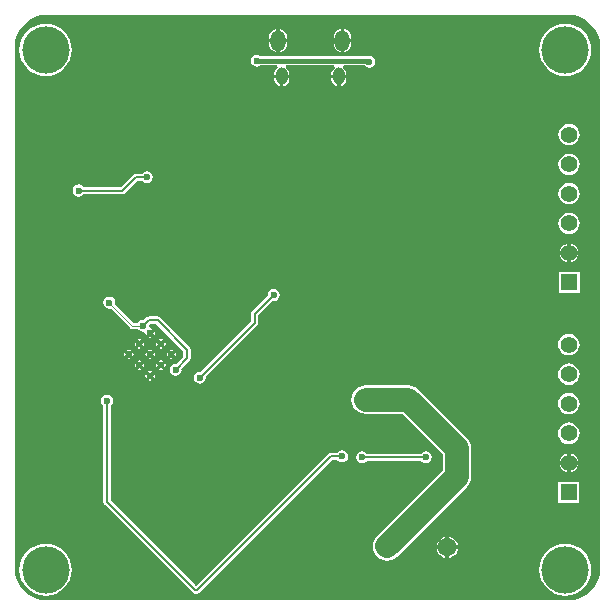
<source format=gbl>
G04*
G04 #@! TF.GenerationSoftware,Altium Limited,Altium Designer,22.11.1 (43)*
G04*
G04 Layer_Physical_Order=2*
G04 Layer_Color=16711680*
%FSLAX25Y25*%
%MOIN*%
G70*
G04*
G04 #@! TF.SameCoordinates,256A903A-EE05-4266-A9F3-2A002FD68AA6*
G04*
G04*
G04 #@! TF.FilePolarity,Positive*
G04*
G01*
G75*
%ADD11C,0.00787*%
%ADD15C,0.01575*%
%ADD16C,0.00394*%
%ADD54C,0.02362*%
%ADD74C,0.05512*%
%ADD75R,0.05512X0.05512*%
%ADD79C,0.15748*%
%ADD80C,0.06299*%
G04:AMPARAMS|DCode=82|XSize=57.09mil|YSize=41.34mil|CornerRadius=20.67mil|HoleSize=0mil|Usage=FLASHONLY|Rotation=270.000|XOffset=0mil|YOffset=0mil|HoleType=Round|Shape=RoundedRectangle|*
%AMROUNDEDRECTD82*
21,1,0.05709,0.00000,0,0,270.0*
21,1,0.01575,0.04134,0,0,270.0*
1,1,0.04134,0.00000,-0.00787*
1,1,0.04134,0.00000,0.00787*
1,1,0.04134,0.00000,0.00787*
1,1,0.04134,0.00000,-0.00787*
%
%ADD82ROUNDEDRECTD82*%
G04:AMPARAMS|DCode=83|XSize=70.87mil|YSize=51.18mil|CornerRadius=25.59mil|HoleSize=0mil|Usage=FLASHONLY|Rotation=270.000|XOffset=0mil|YOffset=0mil|HoleType=Round|Shape=RoundedRectangle|*
%AMROUNDEDRECTD83*
21,1,0.07087,0.00000,0,0,270.0*
21,1,0.01968,0.05118,0,0,270.0*
1,1,0.05118,0.00000,-0.00984*
1,1,0.05118,0.00000,0.00984*
1,1,0.05118,0.00000,0.00984*
1,1,0.05118,0.00000,-0.00984*
%
%ADD83ROUNDEDRECTD83*%
%ADD84C,0.05000*%
%ADD85C,0.07874*%
G36*
X2841Y11607D02*
X4235Y11234D01*
X5568Y10682D01*
X6818Y9960D01*
X7963Y9082D01*
X8983Y8061D01*
X9862Y6916D01*
X10583Y5667D01*
X11135Y4333D01*
X11509Y2940D01*
X11697Y1509D01*
Y787D01*
Y-172441D01*
Y-173162D01*
X11509Y-174593D01*
X11135Y-175987D01*
X10583Y-177320D01*
X9862Y-178570D01*
X8983Y-179715D01*
X7963Y-180735D01*
X6818Y-181614D01*
X5568Y-182335D01*
X4235Y-182887D01*
X2841Y-183261D01*
X1358Y-183456D01*
X1333Y-183465D01*
X-173184D01*
X-173209Y-183456D01*
X-174692Y-183261D01*
X-176085Y-182887D01*
X-177419Y-182335D01*
X-178668Y-181614D01*
X-179813Y-180735D01*
X-180834Y-179715D01*
X-181712Y-178570D01*
X-182433Y-177320D01*
X-182986Y-175987D01*
X-183359Y-174593D01*
X-183548Y-173162D01*
Y-172441D01*
Y787D01*
Y1509D01*
X-183359Y2940D01*
X-182986Y4333D01*
X-182433Y5667D01*
X-181712Y6916D01*
X-180834Y8061D01*
X-179813Y9082D01*
X-178668Y9960D01*
X-177419Y10682D01*
X-176085Y11234D01*
X-174692Y11607D01*
X-173261Y11796D01*
X1410D01*
X2841Y11607D01*
D02*
G37*
%LPC*%
G36*
X-95138Y7034D02*
Y3740D01*
X-92750D01*
Y4134D01*
X-92852Y4905D01*
X-93149Y5623D01*
X-93622Y6240D01*
X-94239Y6713D01*
X-94958Y7011D01*
X-95138Y7034D01*
D02*
G37*
G36*
X-96319D02*
X-96499Y7011D01*
X-97218Y6713D01*
X-97834Y6240D01*
X-98308Y5623D01*
X-98605Y4905D01*
X-98707Y4134D01*
Y3740D01*
X-96319D01*
Y7034D01*
D02*
G37*
G36*
X-73681Y7034D02*
Y3740D01*
X-71293D01*
Y4134D01*
X-71395Y4905D01*
X-71692Y5623D01*
X-72166Y6240D01*
X-72782Y6713D01*
X-73501Y7011D01*
X-73681Y7034D01*
D02*
G37*
G36*
X-74862Y7034D02*
X-75042Y7011D01*
X-75761Y6713D01*
X-76378Y6240D01*
X-76851Y5623D01*
X-77148Y4905D01*
X-77250Y4134D01*
Y3740D01*
X-74862D01*
Y7034D01*
D02*
G37*
G36*
Y2559D02*
X-77250D01*
Y2165D01*
X-77148Y1395D01*
X-76851Y676D01*
X-76378Y59D01*
X-75761Y-414D01*
X-75042Y-711D01*
X-74862Y-735D01*
Y2559D01*
D02*
G37*
G36*
X-92750Y2559D02*
X-95138D01*
Y-735D01*
X-94958Y-711D01*
X-94239Y-414D01*
X-93622Y59D01*
X-93149Y676D01*
X-92852Y1395D01*
X-92750Y2165D01*
Y2559D01*
D02*
G37*
G36*
X-96319D02*
X-98707D01*
Y2165D01*
X-98605Y1395D01*
X-98308Y676D01*
X-97834Y59D01*
X-97218Y-414D01*
X-96499Y-711D01*
X-96319Y-735D01*
Y2559D01*
D02*
G37*
G36*
X-71293Y2559D02*
X-73681D01*
Y-735D01*
X-73501Y-711D01*
X-72782Y-414D01*
X-72166Y59D01*
X-71692Y676D01*
X-71395Y1395D01*
X-71293Y2165D01*
Y2559D01*
D02*
G37*
G36*
X-102756Y-1536D02*
X-103524Y-1689D01*
X-104175Y-2124D01*
X-104610Y-2775D01*
X-104763Y-3543D01*
X-104610Y-4311D01*
X-104175Y-4963D01*
X-103524Y-5398D01*
X-102756Y-5550D01*
X-101988Y-5398D01*
X-101616Y-5149D01*
X-96139D01*
X-95900Y-5936D01*
X-96321Y-6218D01*
X-96865Y-7032D01*
X-97056Y-7992D01*
Y-8189D01*
X-94547D01*
X-92038D01*
Y-7992D01*
X-92229Y-7032D01*
X-92773Y-6218D01*
X-93195Y-5936D01*
X-92956Y-5149D01*
X-77044D01*
X-76805Y-5936D01*
X-77227Y-6218D01*
X-77771Y-7032D01*
X-77962Y-7992D01*
Y-8189D01*
X-75453D01*
X-72944D01*
Y-7992D01*
X-73135Y-7032D01*
X-73679Y-6218D01*
X-74100Y-5936D01*
X-73861Y-5149D01*
X-66912D01*
X-66773Y-5356D01*
X-66122Y-5791D01*
X-65354Y-5944D01*
X-64586Y-5791D01*
X-63935Y-5356D01*
X-63500Y-4705D01*
X-63347Y-3937D01*
X-63500Y-3169D01*
X-63935Y-2518D01*
X-64586Y-2083D01*
X-65354Y-1930D01*
X-65677Y-1994D01*
X-65961Y-1938D01*
X-65961Y-1938D01*
X-101616D01*
X-101988Y-1689D01*
X-102756Y-1536D01*
D02*
G37*
G36*
X0Y8703D02*
X-1698Y8536D01*
X-3331Y8041D01*
X-4835Y7237D01*
X-6154Y6154D01*
X-7237Y4835D01*
X-8041Y3331D01*
X-8536Y1698D01*
X-8703Y0D01*
X-8536Y-1698D01*
X-8041Y-3331D01*
X-7237Y-4835D01*
X-6154Y-6154D01*
X-4835Y-7237D01*
X-3331Y-8041D01*
X-1698Y-8536D01*
X0Y-8703D01*
X1698Y-8536D01*
X3331Y-8041D01*
X4835Y-7237D01*
X6154Y-6154D01*
X7237Y-4835D01*
X8041Y-3331D01*
X8536Y-1698D01*
X8703Y0D01*
X8536Y1698D01*
X8041Y3331D01*
X7237Y4835D01*
X6154Y6154D01*
X4835Y7237D01*
X3331Y8041D01*
X1698Y8536D01*
X0Y8703D01*
D02*
G37*
G36*
X-173228D02*
X-174926Y8536D01*
X-176559Y8041D01*
X-178064Y7237D01*
X-179383Y6154D01*
X-180465Y4835D01*
X-181269Y3331D01*
X-181764Y1698D01*
X-181932Y0D01*
X-181764Y-1698D01*
X-181269Y-3331D01*
X-180465Y-4835D01*
X-179383Y-6154D01*
X-178064Y-7237D01*
X-176559Y-8041D01*
X-174926Y-8536D01*
X-173228Y-8703D01*
X-171530Y-8536D01*
X-169898Y-8041D01*
X-168393Y-7237D01*
X-167074Y-6154D01*
X-165992Y-4835D01*
X-165188Y-3331D01*
X-164692Y-1698D01*
X-164525Y0D01*
X-164692Y1698D01*
X-165188Y3331D01*
X-165992Y4835D01*
X-167074Y6154D01*
X-168393Y7237D01*
X-169898Y8041D01*
X-171530Y8536D01*
X-173228Y8703D01*
D02*
G37*
G36*
X-72944Y-9370D02*
X-74862D01*
Y-11958D01*
X-74493Y-11885D01*
X-73679Y-11341D01*
X-73135Y-10527D01*
X-72944Y-9567D01*
Y-9370D01*
D02*
G37*
G36*
X-92038D02*
X-93957D01*
Y-11958D01*
X-93587Y-11885D01*
X-92773Y-11341D01*
X-92229Y-10527D01*
X-92038Y-9567D01*
Y-9370D01*
D02*
G37*
G36*
X-76043D02*
X-77962D01*
Y-9567D01*
X-77771Y-10527D01*
X-77227Y-11341D01*
X-76413Y-11885D01*
X-76043Y-11958D01*
Y-9370D01*
D02*
G37*
G36*
X-95138D02*
X-97056D01*
Y-9567D01*
X-96865Y-10527D01*
X-96321Y-11341D01*
X-95507Y-11885D01*
X-95138Y-11958D01*
Y-9370D01*
D02*
G37*
G36*
X1280Y-24674D02*
X354Y-24796D01*
X-507Y-25153D01*
X-1248Y-25721D01*
X-1815Y-26461D01*
X-2173Y-27323D01*
X-2294Y-28248D01*
X-2173Y-29173D01*
X-1815Y-30035D01*
X-1248Y-30775D01*
X-507Y-31343D01*
X354Y-31700D01*
X1280Y-31822D01*
X2204Y-31700D01*
X3067Y-31343D01*
X3807Y-30775D01*
X4375Y-30035D01*
X4732Y-29173D01*
X4853Y-28248D01*
X4732Y-27323D01*
X4375Y-26461D01*
X3807Y-25721D01*
X3067Y-25153D01*
X2204Y-24796D01*
X1280Y-24674D01*
D02*
G37*
G36*
X-139469Y-40414D02*
X-140237Y-40567D01*
X-140888Y-41002D01*
X-141031Y-41217D01*
X-143209D01*
X-143209Y-41217D01*
X-143669Y-41309D01*
X-144060Y-41570D01*
X-144060Y-41570D01*
X-148137Y-45646D01*
X-160642D01*
X-160785Y-45431D01*
X-161437Y-44996D01*
X-162205Y-44843D01*
X-162973Y-44996D01*
X-163624Y-45431D01*
X-164059Y-46082D01*
X-164212Y-46850D01*
X-164059Y-47618D01*
X-163624Y-48270D01*
X-162973Y-48705D01*
X-162205Y-48858D01*
X-161437Y-48705D01*
X-160785Y-48270D01*
X-160642Y-48055D01*
X-147638D01*
X-147638Y-48055D01*
X-147177Y-47963D01*
X-146786Y-47702D01*
X-142710Y-43626D01*
X-141031D01*
X-140888Y-43841D01*
X-140237Y-44276D01*
X-139469Y-44428D01*
X-138700Y-44276D01*
X-138049Y-43841D01*
X-137614Y-43189D01*
X-137461Y-42421D01*
X-137614Y-41653D01*
X-138049Y-41002D01*
X-138700Y-40567D01*
X-139469Y-40414D01*
D02*
G37*
G36*
X1280Y-34517D02*
X354Y-34639D01*
X-507Y-34995D01*
X-1248Y-35563D01*
X-1815Y-36304D01*
X-2173Y-37166D01*
X-2294Y-38091D01*
X-2173Y-39015D01*
X-1815Y-39878D01*
X-1248Y-40618D01*
X-507Y-41186D01*
X354Y-41543D01*
X1280Y-41664D01*
X2204Y-41543D01*
X3067Y-41186D01*
X3807Y-40618D01*
X4375Y-39878D01*
X4732Y-39015D01*
X4853Y-38091D01*
X4732Y-37166D01*
X4375Y-36304D01*
X3807Y-35563D01*
X3067Y-34995D01*
X2204Y-34639D01*
X1280Y-34517D01*
D02*
G37*
G36*
Y-44359D02*
X354Y-44481D01*
X-507Y-44838D01*
X-1248Y-45406D01*
X-1815Y-46146D01*
X-2173Y-47008D01*
X-2294Y-47933D01*
X-2173Y-48858D01*
X-1815Y-49720D01*
X-1248Y-50460D01*
X-507Y-51028D01*
X354Y-51385D01*
X1280Y-51507D01*
X2204Y-51385D01*
X3067Y-51028D01*
X3807Y-50460D01*
X4375Y-49720D01*
X4732Y-48858D01*
X4853Y-47933D01*
X4732Y-47008D01*
X4375Y-46146D01*
X3807Y-45406D01*
X3067Y-44838D01*
X2204Y-44481D01*
X1280Y-44359D01*
D02*
G37*
G36*
Y-54202D02*
X354Y-54324D01*
X-507Y-54681D01*
X-1248Y-55248D01*
X-1815Y-55989D01*
X-2173Y-56851D01*
X-2294Y-57776D01*
X-2173Y-58701D01*
X-1815Y-59562D01*
X-1248Y-60303D01*
X-507Y-60871D01*
X354Y-61228D01*
X1280Y-61349D01*
X2204Y-61228D01*
X3067Y-60871D01*
X3807Y-60303D01*
X4375Y-59562D01*
X4732Y-58701D01*
X4853Y-57776D01*
X4732Y-56851D01*
X4375Y-55989D01*
X3807Y-55248D01*
X3067Y-54681D01*
X2204Y-54324D01*
X1280Y-54202D01*
D02*
G37*
G36*
X1870Y-64519D02*
Y-67028D01*
X4379D01*
X4348Y-66796D01*
X4031Y-66030D01*
X3526Y-65372D01*
X2868Y-64867D01*
X2102Y-64550D01*
X1870Y-64519D01*
D02*
G37*
G36*
X689D02*
X457Y-64550D01*
X-309Y-64867D01*
X-967Y-65372D01*
X-1472Y-66030D01*
X-1789Y-66796D01*
X-1819Y-67028D01*
X689D01*
Y-64519D01*
D02*
G37*
G36*
X4379Y-68209D02*
X1870D01*
Y-70717D01*
X2102Y-70687D01*
X2868Y-70369D01*
X3526Y-69864D01*
X4031Y-69207D01*
X4348Y-68440D01*
X4379Y-68209D01*
D02*
G37*
G36*
X689D02*
X-1819D01*
X-1789Y-68440D01*
X-1472Y-69207D01*
X-967Y-69864D01*
X-309Y-70369D01*
X457Y-70687D01*
X689Y-70717D01*
Y-68209D01*
D02*
G37*
G36*
X4823Y-73917D02*
X-2264D01*
Y-81004D01*
X4823D01*
Y-73917D01*
D02*
G37*
G36*
X-97244Y-79686D02*
X-98012Y-79839D01*
X-98663Y-80274D01*
X-99098Y-80925D01*
X-99251Y-81693D01*
X-99201Y-81946D01*
X-104414Y-87160D01*
X-104675Y-87551D01*
X-104767Y-88011D01*
X-104767Y-88012D01*
Y-90446D01*
X-121564Y-107243D01*
X-121817Y-107193D01*
X-122585Y-107345D01*
X-123237Y-107780D01*
X-123672Y-108431D01*
X-123825Y-109200D01*
X-123672Y-109968D01*
X-123237Y-110619D01*
X-122585Y-111054D01*
X-121817Y-111207D01*
X-121049Y-111054D01*
X-120398Y-110619D01*
X-119963Y-109968D01*
X-119810Y-109200D01*
X-119861Y-108946D01*
X-102711Y-91796D01*
X-102711Y-91796D01*
X-102450Y-91406D01*
X-102358Y-90945D01*
Y-88510D01*
X-97498Y-83649D01*
X-97244Y-83700D01*
X-96476Y-83547D01*
X-95825Y-83112D01*
X-95390Y-82461D01*
X-95237Y-81693D01*
X-95390Y-80925D01*
X-95825Y-80274D01*
X-96476Y-79839D01*
X-97244Y-79686D01*
D02*
G37*
G36*
X-136922Y-93754D02*
X-137556Y-94389D01*
X-136922Y-95024D01*
X-136908Y-95003D01*
X-136786Y-94389D01*
X-136908Y-93774D01*
X-136922Y-93754D01*
D02*
G37*
G36*
X-138391Y-95224D02*
X-139026Y-95859D01*
X-139006Y-95872D01*
X-138391Y-95995D01*
X-137777Y-95872D01*
X-137757Y-95859D01*
X-138391Y-95224D01*
D02*
G37*
G36*
X-134842Y-96333D02*
X-135456Y-96455D01*
X-135477Y-96468D01*
X-134842Y-97103D01*
X-134207Y-96468D01*
X-134228Y-96455D01*
X-134842Y-96333D01*
D02*
G37*
G36*
X-141941D02*
X-142555Y-96455D01*
X-142576Y-96468D01*
X-141941Y-97103D01*
X-141306Y-96468D01*
X-141326Y-96455D01*
X-141941Y-96333D01*
D02*
G37*
G36*
X-133372Y-97304D02*
X-134007Y-97938D01*
X-133372Y-98573D01*
X-133359Y-98553D01*
X-133236Y-97938D01*
X-133359Y-97324D01*
X-133372Y-97304D01*
D02*
G37*
G36*
X-140471D02*
X-141106Y-97938D01*
X-140471Y-98573D01*
X-140457Y-98553D01*
X-140335Y-97938D01*
X-140457Y-97324D01*
X-140471Y-97304D01*
D02*
G37*
G36*
X-136312D02*
X-136325Y-97324D01*
X-136448Y-97938D01*
X-136325Y-98553D01*
X-136312Y-98573D01*
X-135677Y-97938D01*
X-136312Y-97304D01*
D02*
G37*
G36*
X-143411D02*
X-143424Y-97324D01*
X-143547Y-97938D01*
X-143424Y-98553D01*
X-143411Y-98573D01*
X-142776Y-97938D01*
X-143411Y-97304D01*
D02*
G37*
G36*
X-134842Y-98773D02*
X-135477Y-99408D01*
X-135456Y-99422D01*
X-134842Y-99544D01*
X-134228Y-99422D01*
X-134207Y-99408D01*
X-134842Y-98773D01*
D02*
G37*
G36*
X-141941D02*
X-142576Y-99408D01*
X-142555Y-99422D01*
X-141941Y-99544D01*
X-141326Y-99422D01*
X-141306Y-99408D01*
X-141941Y-98773D01*
D02*
G37*
G36*
X-138391Y-99882D02*
X-139006Y-100004D01*
X-139026Y-100018D01*
X-138391Y-100653D01*
X-137757Y-100018D01*
X-137777Y-100004D01*
X-138391Y-99882D01*
D02*
G37*
G36*
X-131293D02*
X-131907Y-100004D01*
X-131927Y-100018D01*
X-131293Y-100653D01*
X-130658Y-100018D01*
X-130678Y-100004D01*
X-131293Y-99882D01*
D02*
G37*
G36*
X-145490D02*
X-146105Y-100004D01*
X-146125Y-100018D01*
X-145490Y-100653D01*
X-144856Y-100018D01*
X-144876Y-100004D01*
X-145490Y-99882D01*
D02*
G37*
G36*
X1181Y-94655D02*
X256Y-94776D01*
X-606Y-95133D01*
X-1346Y-95701D01*
X-1914Y-96441D01*
X-2271Y-97303D01*
X-2393Y-98228D01*
X-2271Y-99153D01*
X-1914Y-100015D01*
X-1346Y-100756D01*
X-606Y-101323D01*
X256Y-101680D01*
X1181Y-101802D01*
X2106Y-101680D01*
X2968Y-101323D01*
X3708Y-100756D01*
X4276Y-100015D01*
X4633Y-99153D01*
X4755Y-98228D01*
X4633Y-97303D01*
X4276Y-96441D01*
X3708Y-95701D01*
X2968Y-95133D01*
X2106Y-94776D01*
X1181Y-94655D01*
D02*
G37*
G36*
X-139861Y-100853D02*
X-139875Y-100873D01*
X-139997Y-101488D01*
X-139875Y-102102D01*
X-139861Y-102122D01*
X-139227Y-101488D01*
X-139861Y-100853D01*
D02*
G37*
G36*
X-136922Y-100853D02*
X-137556Y-101488D01*
X-136922Y-102122D01*
X-136908Y-102102D01*
X-136786Y-101488D01*
X-136908Y-100873D01*
X-136922Y-100853D01*
D02*
G37*
G36*
X-144020Y-100853D02*
X-144655Y-101488D01*
X-144020Y-102122D01*
X-144007Y-102102D01*
X-143885Y-101488D01*
X-144007Y-100873D01*
X-144020Y-100853D01*
D02*
G37*
G36*
X-146960D02*
X-146974Y-100873D01*
X-147096Y-101488D01*
X-146974Y-102102D01*
X-146960Y-102122D01*
X-146326Y-101488D01*
X-146960Y-100853D01*
D02*
G37*
G36*
X-129823D02*
X-130457Y-101488D01*
X-129823Y-102122D01*
X-129809Y-102102D01*
X-129687Y-101488D01*
X-129809Y-100873D01*
X-129823Y-100853D01*
D02*
G37*
G36*
X-132762D02*
X-132776Y-100873D01*
X-132898Y-101488D01*
X-132776Y-102102D01*
X-132762Y-102122D01*
X-132128Y-101488D01*
X-132762Y-100853D01*
D02*
G37*
G36*
X-131293Y-102323D02*
X-131927Y-102958D01*
X-131907Y-102971D01*
X-131293Y-103093D01*
X-130678Y-102971D01*
X-130658Y-102958D01*
X-131293Y-102323D01*
D02*
G37*
G36*
X-138391D02*
X-139026Y-102958D01*
X-139006Y-102971D01*
X-138391Y-103093D01*
X-137777Y-102971D01*
X-137757Y-102958D01*
X-138391Y-102323D01*
D02*
G37*
G36*
X-145490D02*
X-146125Y-102958D01*
X-146105Y-102971D01*
X-145490Y-103093D01*
X-144876Y-102971D01*
X-144856Y-102958D01*
X-145490Y-102323D01*
D02*
G37*
G36*
X-134842Y-103432D02*
X-135456Y-103554D01*
X-135477Y-103567D01*
X-134842Y-104202D01*
X-134207Y-103567D01*
X-134228Y-103554D01*
X-134842Y-103432D01*
D02*
G37*
G36*
X-141941D02*
X-142555Y-103554D01*
X-142576Y-103567D01*
X-141941Y-104202D01*
X-141306Y-103567D01*
X-141326Y-103554D01*
X-141941Y-103432D01*
D02*
G37*
G36*
X-151969Y-82245D02*
X-152737Y-82398D01*
X-153388Y-82833D01*
X-153823Y-83484D01*
X-153976Y-84252D01*
X-153823Y-85020D01*
X-153388Y-85671D01*
X-152737Y-86106D01*
X-151969Y-86259D01*
X-151478Y-86162D01*
X-145001Y-92639D01*
X-144675Y-92856D01*
X-144291Y-92933D01*
X-142445D01*
X-142167Y-93348D01*
X-141516Y-93783D01*
X-140748Y-93936D01*
X-140708Y-93928D01*
X-139997Y-94389D01*
X-139875Y-95003D01*
X-139861Y-95024D01*
X-138809Y-93971D01*
X-137757Y-92919D01*
X-137777Y-92905D01*
X-138391Y-92783D01*
X-138766Y-92055D01*
X-138741Y-91929D01*
X-138766Y-91804D01*
X-138249Y-91227D01*
X-136424D01*
X-127287Y-100364D01*
Y-102278D01*
X-129668Y-104659D01*
X-129921Y-104608D01*
X-130689Y-104761D01*
X-131341Y-105196D01*
X-131775Y-105847D01*
X-131928Y-106615D01*
X-131775Y-107383D01*
X-131341Y-108035D01*
X-130689Y-108470D01*
X-129921Y-108622D01*
X-129153Y-108470D01*
X-128502Y-108035D01*
X-128067Y-107383D01*
X-127914Y-106615D01*
X-127965Y-106362D01*
X-125231Y-103628D01*
X-125231Y-103628D01*
X-124970Y-103238D01*
X-124878Y-102777D01*
Y-99865D01*
X-124878Y-99865D01*
X-124970Y-99404D01*
X-125231Y-99013D01*
X-135074Y-89171D01*
X-135464Y-88910D01*
X-135925Y-88818D01*
X-135925Y-88818D01*
X-138757D01*
X-139218Y-88910D01*
X-139609Y-89171D01*
X-139609Y-89171D01*
X-140425Y-89986D01*
X-140748Y-89922D01*
X-141516Y-90075D01*
X-142167Y-90510D01*
X-142445Y-90926D01*
X-143876D01*
X-150059Y-84742D01*
X-149961Y-84252D01*
X-150114Y-83484D01*
X-150549Y-82833D01*
X-151200Y-82398D01*
X-151969Y-82245D01*
D02*
G37*
G36*
X-133372Y-104402D02*
X-134007Y-105037D01*
X-133372Y-105672D01*
X-133359Y-105652D01*
X-133236Y-105037D01*
X-133359Y-104423D01*
X-133372Y-104402D01*
D02*
G37*
G36*
X-140471D02*
X-141106Y-105037D01*
X-140471Y-105672D01*
X-140457Y-105652D01*
X-140335Y-105037D01*
X-140457Y-104423D01*
X-140471Y-104402D01*
D02*
G37*
G36*
X-136312D02*
X-136325Y-104423D01*
X-136448Y-105037D01*
X-136325Y-105652D01*
X-136312Y-105672D01*
X-135677Y-105037D01*
X-136312Y-104402D01*
D02*
G37*
G36*
X-143411D02*
X-143424Y-104423D01*
X-143547Y-105037D01*
X-143424Y-105652D01*
X-143411Y-105672D01*
X-142776Y-105037D01*
X-143411Y-104402D01*
D02*
G37*
G36*
X-134842Y-105872D02*
X-135477Y-106507D01*
X-135456Y-106521D01*
X-134842Y-106643D01*
X-134228Y-106521D01*
X-134207Y-106507D01*
X-134842Y-105872D01*
D02*
G37*
G36*
X-141941D02*
X-142576Y-106507D01*
X-142555Y-106521D01*
X-141941Y-106643D01*
X-141326Y-106521D01*
X-141306Y-106507D01*
X-141941Y-105872D01*
D02*
G37*
G36*
X-138391Y-106981D02*
X-139006Y-107103D01*
X-139026Y-107117D01*
X-138391Y-107752D01*
X-137757Y-107117D01*
X-137777Y-107103D01*
X-138391Y-106981D01*
D02*
G37*
G36*
X-139861Y-107952D02*
X-139875Y-107972D01*
X-139997Y-108587D01*
X-139875Y-109201D01*
X-139861Y-109221D01*
X-139227Y-108587D01*
X-139861Y-107952D01*
D02*
G37*
G36*
X-136922Y-107952D02*
X-137556Y-108587D01*
X-136922Y-109221D01*
X-136908Y-109201D01*
X-136786Y-108587D01*
X-136908Y-107972D01*
X-136922Y-107952D01*
D02*
G37*
G36*
X-138391Y-109422D02*
X-139026Y-110056D01*
X-139006Y-110070D01*
X-138391Y-110192D01*
X-137777Y-110070D01*
X-137757Y-110056D01*
X-138391Y-109422D01*
D02*
G37*
G36*
X1181Y-104497D02*
X256Y-104619D01*
X-606Y-104976D01*
X-1346Y-105544D01*
X-1914Y-106284D01*
X-2271Y-107146D01*
X-2393Y-108071D01*
X-2271Y-108996D01*
X-1914Y-109858D01*
X-1346Y-110598D01*
X-606Y-111166D01*
X256Y-111523D01*
X1181Y-111645D01*
X2106Y-111523D01*
X2968Y-111166D01*
X3708Y-110598D01*
X4276Y-109858D01*
X4633Y-108996D01*
X4755Y-108071D01*
X4633Y-107146D01*
X4276Y-106284D01*
X3708Y-105544D01*
X2968Y-104976D01*
X2106Y-104619D01*
X1181Y-104497D01*
D02*
G37*
G36*
Y-114339D02*
X256Y-114461D01*
X-606Y-114818D01*
X-1346Y-115386D01*
X-1914Y-116127D01*
X-2271Y-116988D01*
X-2393Y-117913D01*
X-2271Y-118838D01*
X-1914Y-119700D01*
X-1346Y-120440D01*
X-606Y-121008D01*
X256Y-121365D01*
X1181Y-121487D01*
X2106Y-121365D01*
X2968Y-121008D01*
X3708Y-120440D01*
X4276Y-119700D01*
X4633Y-118838D01*
X4755Y-117913D01*
X4633Y-116988D01*
X4276Y-116127D01*
X3708Y-115386D01*
X2968Y-114818D01*
X2106Y-114461D01*
X1181Y-114339D01*
D02*
G37*
G36*
Y-124182D02*
X256Y-124304D01*
X-606Y-124661D01*
X-1346Y-125229D01*
X-1914Y-125969D01*
X-2271Y-126831D01*
X-2393Y-127756D01*
X-2271Y-128681D01*
X-1914Y-129543D01*
X-1346Y-130283D01*
X-606Y-130851D01*
X256Y-131208D01*
X1181Y-131330D01*
X2106Y-131208D01*
X2968Y-130851D01*
X3708Y-130283D01*
X4276Y-129543D01*
X4633Y-128681D01*
X4755Y-127756D01*
X4633Y-126831D01*
X4276Y-125969D01*
X3708Y-125229D01*
X2968Y-124661D01*
X2106Y-124304D01*
X1181Y-124182D01*
D02*
G37*
G36*
X-46457Y-133820D02*
X-47225Y-133973D01*
X-47876Y-134408D01*
X-48019Y-134623D01*
X-66154D01*
X-66297Y-134408D01*
X-66948Y-133973D01*
X-67716Y-133820D01*
X-68485Y-133973D01*
X-69136Y-134408D01*
X-69571Y-135059D01*
X-69724Y-135827D01*
X-69571Y-136595D01*
X-69136Y-137246D01*
X-68485Y-137681D01*
X-67716Y-137834D01*
X-66948Y-137681D01*
X-66297Y-137246D01*
X-66154Y-137031D01*
X-48019D01*
X-47876Y-137246D01*
X-47225Y-137681D01*
X-46457Y-137834D01*
X-45689Y-137681D01*
X-45037Y-137246D01*
X-44602Y-136595D01*
X-44450Y-135827D01*
X-44602Y-135059D01*
X-45037Y-134408D01*
X-45689Y-133973D01*
X-46457Y-133820D01*
D02*
G37*
G36*
X1772Y-134499D02*
Y-137008D01*
X4280D01*
X4250Y-136776D01*
X3932Y-136010D01*
X3427Y-135352D01*
X2770Y-134847D01*
X2003Y-134530D01*
X1772Y-134499D01*
D02*
G37*
G36*
X591D02*
X359Y-134530D01*
X-407Y-134847D01*
X-1065Y-135352D01*
X-1570Y-136010D01*
X-1887Y-136776D01*
X-1918Y-137008D01*
X591D01*
Y-134499D01*
D02*
G37*
G36*
X-152756Y-114922D02*
X-153524Y-115075D01*
X-154175Y-115510D01*
X-154610Y-116161D01*
X-154763Y-116929D01*
X-154610Y-117697D01*
X-154175Y-118348D01*
X-153960Y-118492D01*
Y-150524D01*
X-153960Y-150524D01*
X-153868Y-150985D01*
X-153607Y-151375D01*
X-124143Y-180840D01*
X-123752Y-181101D01*
X-123291Y-181193D01*
X-123291Y-181193D01*
X-122639D01*
X-122639Y-181193D01*
X-122178Y-181101D01*
X-121787Y-180840D01*
X-77584Y-136637D01*
X-75972D01*
X-75829Y-136852D01*
X-75178Y-137287D01*
X-74410Y-137440D01*
X-73641Y-137287D01*
X-72990Y-136852D01*
X-72555Y-136201D01*
X-72402Y-135433D01*
X-72555Y-134665D01*
X-72990Y-134014D01*
X-73641Y-133579D01*
X-74410Y-133426D01*
X-75178Y-133579D01*
X-75829Y-134014D01*
X-75972Y-134229D01*
X-78083D01*
X-78083Y-134229D01*
X-78544Y-134320D01*
X-78934Y-134581D01*
X-78934Y-134582D01*
X-122965Y-178612D01*
X-151552Y-150025D01*
Y-118492D01*
X-151337Y-118348D01*
X-150902Y-117697D01*
X-150749Y-116929D01*
X-150902Y-116161D01*
X-151337Y-115510D01*
X-151988Y-115075D01*
X-152756Y-114922D01*
D02*
G37*
G36*
X591Y-138189D02*
X-1918D01*
X-1887Y-138421D01*
X-1570Y-139187D01*
X-1065Y-139845D01*
X-407Y-140350D01*
X359Y-140667D01*
X591Y-140698D01*
Y-138189D01*
D02*
G37*
G36*
X4280D02*
X1772D01*
Y-140698D01*
X2003Y-140667D01*
X2770Y-140350D01*
X3427Y-139845D01*
X3932Y-139187D01*
X4250Y-138421D01*
X4280Y-138189D01*
D02*
G37*
G36*
X4724Y-143898D02*
X-2362D01*
Y-150984D01*
X4724D01*
Y-143898D01*
D02*
G37*
G36*
X-38756Y-162252D02*
Y-165157D01*
X-35850D01*
X-35894Y-164823D01*
X-36251Y-163961D01*
X-36819Y-163221D01*
X-37560Y-162653D01*
X-38421Y-162296D01*
X-38756Y-162252D01*
D02*
G37*
G36*
X-39937D02*
X-40271Y-162296D01*
X-41133Y-162653D01*
X-41874Y-163221D01*
X-42441Y-163961D01*
X-42799Y-164823D01*
X-42843Y-165157D01*
X-39937D01*
Y-162252D01*
D02*
G37*
G36*
X-35850Y-166339D02*
X-38756D01*
Y-169244D01*
X-38421Y-169200D01*
X-37560Y-168843D01*
X-36819Y-168275D01*
X-36251Y-167535D01*
X-35894Y-166673D01*
X-35850Y-166339D01*
D02*
G37*
G36*
X-39937D02*
X-42843D01*
X-42799Y-166673D01*
X-42441Y-167535D01*
X-41874Y-168275D01*
X-41133Y-168843D01*
X-40271Y-169200D01*
X-39937Y-169244D01*
Y-166339D01*
D02*
G37*
G36*
X-52382Y-111770D02*
X-66535D01*
X-67769Y-111933D01*
X-68918Y-112409D01*
X-69905Y-113166D01*
X-70662Y-114153D01*
X-71138Y-115302D01*
X-71301Y-116535D01*
X-71138Y-117769D01*
X-70662Y-118918D01*
X-69905Y-119905D01*
X-68918Y-120662D01*
X-67769Y-121138D01*
X-66535Y-121301D01*
X-54355D01*
X-40848Y-134808D01*
Y-140269D01*
X-62717Y-162138D01*
X-63474Y-163125D01*
X-63950Y-164274D01*
X-64113Y-165508D01*
X-63950Y-166741D01*
X-63474Y-167890D01*
X-62717Y-168877D01*
X-61730Y-169634D01*
X-60581Y-170110D01*
X-59347Y-170273D01*
X-58114Y-170110D01*
X-56965Y-169634D01*
X-55978Y-168877D01*
X-32713Y-145612D01*
X-31956Y-144625D01*
X-31480Y-143476D01*
X-31317Y-142243D01*
Y-132834D01*
X-31480Y-131601D01*
X-31956Y-130452D01*
X-32713Y-129465D01*
X-49012Y-113166D01*
X-49999Y-112409D01*
X-51148Y-111933D01*
X-52382Y-111770D01*
D02*
G37*
G36*
X0Y-164525D02*
X-1698Y-164692D01*
X-3331Y-165188D01*
X-4835Y-165992D01*
X-6154Y-167074D01*
X-7237Y-168393D01*
X-8041Y-169898D01*
X-8536Y-171530D01*
X-8703Y-173228D01*
X-8536Y-174926D01*
X-8041Y-176559D01*
X-7237Y-178064D01*
X-6154Y-179383D01*
X-4835Y-180465D01*
X-3331Y-181269D01*
X-1698Y-181764D01*
X0Y-181932D01*
X1698Y-181764D01*
X3331Y-181269D01*
X4835Y-180465D01*
X6154Y-179383D01*
X7237Y-178064D01*
X8041Y-176559D01*
X8536Y-174926D01*
X8703Y-173228D01*
X8536Y-171530D01*
X8041Y-169898D01*
X7237Y-168393D01*
X6154Y-167074D01*
X4835Y-165992D01*
X3331Y-165188D01*
X1698Y-164692D01*
X0Y-164525D01*
D02*
G37*
G36*
X-173228D02*
X-174926Y-164692D01*
X-176559Y-165188D01*
X-178064Y-165992D01*
X-179383Y-167074D01*
X-180465Y-168393D01*
X-181269Y-169898D01*
X-181764Y-171530D01*
X-181932Y-173228D01*
X-181764Y-174926D01*
X-181269Y-176559D01*
X-180465Y-178064D01*
X-179383Y-179383D01*
X-178064Y-180465D01*
X-176559Y-181269D01*
X-174926Y-181764D01*
X-173228Y-181932D01*
X-171530Y-181764D01*
X-169898Y-181269D01*
X-168393Y-180465D01*
X-167074Y-179383D01*
X-165992Y-178064D01*
X-165188Y-176559D01*
X-164692Y-174926D01*
X-164525Y-173228D01*
X-164692Y-171530D01*
X-165188Y-169898D01*
X-165992Y-168393D01*
X-167074Y-167074D01*
X-168393Y-165992D01*
X-169898Y-165188D01*
X-171530Y-164692D01*
X-173228Y-164525D01*
D02*
G37*
%LPD*%
D11*
X-143209Y-42421D02*
X-139469D01*
X-147638Y-46850D02*
X-143209Y-42421D01*
X-162205Y-46850D02*
X-147638D01*
X-103563Y-90945D02*
Y-88011D01*
X-97244Y-81693D01*
X-121817Y-109200D02*
X-103563Y-90945D01*
X-67716Y-135827D02*
X-46457D01*
X-78083Y-135433D02*
X-74410D01*
X-152756Y-150524D02*
X-123291Y-179989D01*
X-122639D02*
X-78083Y-135433D01*
X-152756Y-150524D02*
Y-116929D01*
X-123291Y-179989D02*
X-122639D01*
X-138757Y-90022D02*
X-135925D01*
X-140748Y-91929D02*
X-140664D01*
X-138757Y-90022D01*
X-126083Y-102777D02*
Y-99865D01*
X-129921Y-106615D02*
X-126083Y-102777D01*
X-135925Y-90022D02*
X-126083Y-99865D01*
D15*
X-102756Y-3543D02*
X-65961D01*
X-65567Y-3937D02*
X-65354D01*
X-65961Y-3543D02*
X-65567Y-3937D01*
D16*
X-144291Y-91929D02*
X-140748D01*
X-151969Y-84252D02*
X-144291Y-91929D01*
D54*
X-131293Y-101488D02*
D03*
X-134842Y-105037D02*
D03*
X-138391Y-108587D02*
D03*
X-134842Y-97938D02*
D03*
X-138391Y-101488D02*
D03*
X-141941Y-105037D02*
D03*
X-138391Y-94389D02*
D03*
X-141941Y-97938D02*
D03*
X-145490Y-101488D02*
D03*
X-154058Y-40040D02*
D03*
X-139469Y-42421D02*
D03*
X-151969Y-70472D02*
D03*
Y-84252D02*
D03*
X-162205Y-46850D02*
D03*
X-90551Y-15354D02*
D03*
X-65354Y-3937D02*
D03*
X-102756Y-3543D02*
D03*
X-153937Y-7480D02*
D03*
X-3976Y-68110D02*
D03*
X-53445Y-66929D02*
D03*
X-4823Y-137894D02*
D03*
X-53504Y-87440D02*
D03*
X-53642Y-75886D02*
D03*
X-72441Y-81693D02*
D03*
X-97244D02*
D03*
X-121817Y-109200D02*
D03*
X-25591Y-122441D02*
D03*
X-23228Y-121260D02*
D03*
X-94095Y-119291D02*
D03*
X-67716Y-135827D02*
D03*
X-21260Y-139370D02*
D03*
X-74410Y-135433D02*
D03*
X-83794Y-128411D02*
D03*
X-18898Y-137008D02*
D03*
X-75220Y-150394D02*
D03*
X-70079Y-168898D02*
D03*
X-125591Y-169685D02*
D03*
X-134941Y-159511D02*
D03*
X-130610Y-137463D02*
D03*
X-46457Y-135827D02*
D03*
X-66929Y-127165D02*
D03*
X-152756Y-116929D02*
D03*
X-113484Y-75492D02*
D03*
X-162598Y-7087D02*
D03*
X-45630Y-16142D02*
D03*
X-16535Y-28740D02*
D03*
X-128347Y-70494D02*
D03*
X-134646D02*
D03*
X-148031Y-70472D02*
D03*
X-121221Y-60236D02*
D03*
X-140748Y-91929D02*
D03*
X-129921Y-106615D02*
D03*
X-108169Y-115810D02*
D03*
X-113695Y-81102D02*
D03*
X-115650Y-142581D02*
D03*
X-108563Y-124077D02*
D03*
X-114341Y-120661D02*
D03*
X-128642Y-128015D02*
D03*
X-108068Y-144842D02*
D03*
X-108619Y-135495D02*
D03*
X-180020Y-11811D02*
D03*
X-172638Y-19980D02*
D03*
X-105866Y-35039D02*
D03*
X-53504Y-81496D02*
D03*
D74*
X1280Y-28248D02*
D03*
Y-38091D02*
D03*
Y-47933D02*
D03*
Y-57776D02*
D03*
Y-67618D02*
D03*
X1181Y-98228D02*
D03*
Y-108071D02*
D03*
Y-117913D02*
D03*
Y-127756D02*
D03*
Y-137598D02*
D03*
D75*
X1280Y-77461D02*
D03*
X1181Y-147441D02*
D03*
D79*
X-173228Y0D02*
D03*
Y-173228D02*
D03*
X0D02*
D03*
Y0D02*
D03*
D80*
X-39347Y-165748D02*
D03*
X-59347D02*
D03*
D82*
X-94547Y-8779D02*
D03*
X-75453D02*
D03*
D83*
X-74272Y3150D02*
D03*
X-95728D02*
D03*
D84*
X-66535Y-116535D02*
D03*
X-120472Y-1969D02*
D03*
D85*
X-151969Y-70472D02*
X-148031D01*
X-52382Y-116535D02*
X-36083Y-132834D01*
Y-142243D02*
Y-132834D01*
X-59347Y-165508D02*
X-36083Y-142243D01*
X-66535Y-116535D02*
X-52382D01*
M02*

</source>
